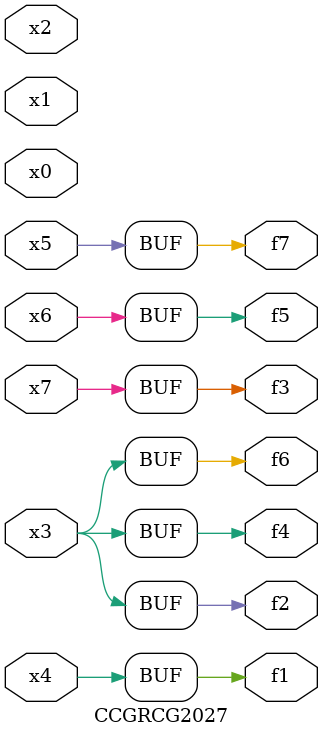
<source format=v>
module CCGRCG2027(
	input x0, x1, x2, x3, x4, x5, x6, x7,
	output f1, f2, f3, f4, f5, f6, f7
);
	assign f1 = x4;
	assign f2 = x3;
	assign f3 = x7;
	assign f4 = x3;
	assign f5 = x6;
	assign f6 = x3;
	assign f7 = x5;
endmodule

</source>
